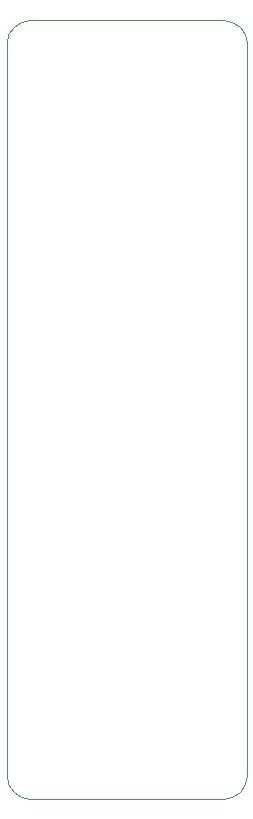
<source format=gm1>
G04 #@! TF.FileFunction,Profile,NP*
%FSLAX46Y46*%
G04 Gerber Fmt 4.6, Leading zero omitted, Abs format (unit mm)*
G04 Created by KiCad (PCBNEW 4.0.6-e0-6349~53~ubuntu16.04.1) date Thu Apr  6 16:37:17 2017*
%MOMM*%
%LPD*%
G01*
G04 APERTURE LIST*
%ADD10C,0.100000*%
G04 APERTURE END LIST*
D10*
X141662644Y-89923554D02*
X141662644Y-89923554D01*
X140882707Y-90080241D02*
X141662644Y-89923554D01*
X140247145Y-90508054D02*
X140882707Y-90080241D01*
X139819333Y-91143616D02*
X140247145Y-90508054D01*
X139662645Y-91923553D02*
X139819333Y-91143616D01*
X139662645Y-153886263D02*
X139662645Y-91923553D01*
X139819333Y-154666201D02*
X139662645Y-153886263D01*
X140247145Y-155301763D02*
X139819333Y-154666201D01*
X140882707Y-155729574D02*
X140247145Y-155301763D01*
X141662644Y-155886262D02*
X140882707Y-155729574D01*
X157982646Y-155886262D02*
X141662644Y-155886262D01*
X158762583Y-155729574D02*
X157982646Y-155886262D01*
X159398145Y-155301763D02*
X158762583Y-155729574D01*
X159825958Y-154666201D02*
X159398145Y-155301763D01*
X159982645Y-153886263D02*
X159825958Y-154666201D01*
X159982645Y-91923553D02*
X159982645Y-153886263D01*
X159825958Y-91143616D02*
X159982645Y-91923553D01*
X159398145Y-90508054D02*
X159825958Y-91143616D01*
X158762583Y-90080241D02*
X159398145Y-90508054D01*
X157982646Y-89923554D02*
X158762583Y-90080241D01*
X141662644Y-89923554D02*
X157982646Y-89923554D01*
M02*

</source>
